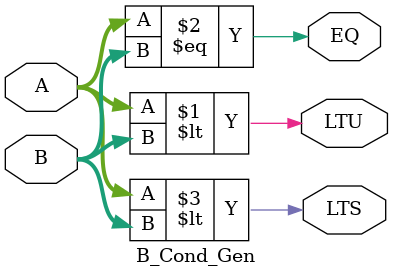
<source format=sv>
`timescale 1ns / 1ps


module B_Cond_Gen(
    input signed [31:0] A, B,
    output LTU, EQ, LTS
    );
    assign LTU = $unsigned(A) < $unsigned(B);   // unsigned interpretation
    assign EQ = A == B;
    assign LTS = (A) < (B);       // signed interpretation
endmodule

</source>
